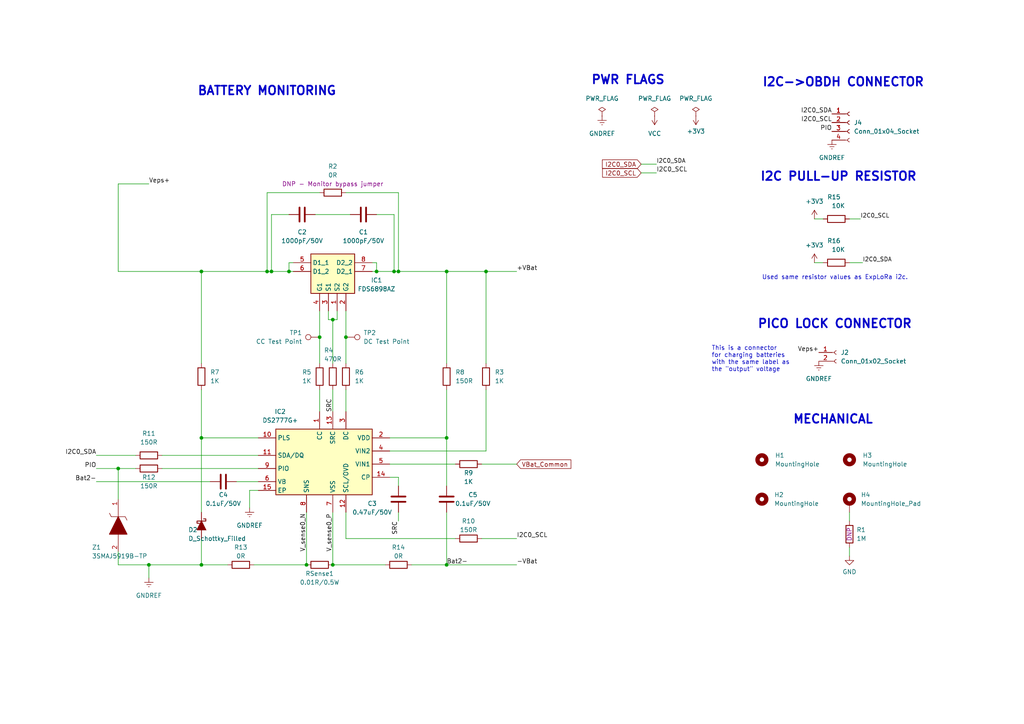
<source format=kicad_sch>
(kicad_sch (version 20230121) (generator eeschema)
  (paper "A4")
  (title_block (title "Battery Module 4c2") (date "2023-08-10") (comment 1 "Vitória Beatriz Bianchin <vitoriabbianchin@gmail.com>"))
  (lib_symbols
    (symbol "3SMAJ5919B-TP:3SMAJ5919B-TP" (pin_names (offset 0.762))
      (property "Reference" "Z" (at 10.16 8.89 0))
      (property "Value" "3SMAJ5919B-TP" (at 10.16 6.35 0))
      (symbol "3SMAJ5919B-TP_0_0"
        (pin passive line (at 0 0 0) (length 2.54) (name "~") (number "1"))
        (pin passive line (at 15.24 0 180) (length 2.54) (name "~") (number "2"))
      )
      (symbol "3SMAJ5919B-TP_0_1"
        (polyline (pts (xy 2.54 0) (xy 5.08 0)) (stroke (width 0.1524)))
        (polyline (pts (xy 4.064 -2.54) (xy 5.08 -2.032)) (stroke (width 0.1524)))
        (polyline (pts (xy 5.08 2.032) (xy 5.08 -2.032)) (stroke (width 0.1524)))
        (polyline (pts (xy 5.08 2.032) (xy 6.096 2.54)) (stroke (width 0.1524)))
        (polyline (pts (xy 12.7 0) (xy 10.16 0)) (stroke (width 0.1524)))
        (polyline (pts (xy 5.08 0) (xy 10.16 2.54) (xy 10.16 -2.54) (xy 5.08 0)) (stroke (width 0.254)) (fill (type outline)))
      )
    )
    (symbol "Connector:Conn_01x02_Socket" (pin_names (offset 1.016) hide)
      (property "Reference" "J" (at 0 2.54 0))
      (property "Value" "Conn_01x02_Socket" (at 0 -5.08 0))
      (symbol "Conn_01x02_Socket_1_1"
        (arc (start 0 -2.032) (mid -0.5058 -2.54) (end 0 -3.048) (stroke (width 0.1524)))
        (polyline (pts (xy -1.27 -2.54) (xy -0.508 -2.54)) (stroke (width 0.1524)))
        (polyline (pts (xy -1.27 0) (xy -0.508 0)) (stroke (width 0.1524)))
        (arc (start 0 0.508) (mid -0.5058 0) (end 0 -0.508) (stroke (width 0.1524)))
        (pin passive line (at -5.08 0 0) (length 3.81) (name "Pin_1") (number "1"))
        (pin passive line (at -5.08 -2.54 0) (length 3.81) (name "Pin_2") (number "2"))
      )
    )
    (symbol "Connector:Conn_01x03_Socket" (pin_names (offset 1.016) hide)
      (property "Reference" "J" (at 0 5.08 0))
      (property "Value" "Conn_01x03_Socket" (at 0 -5.08 0))
      (symbol "Conn_01x03_Socket_1_1"
        (arc (start 0 -2.032) (mid -0.5058 -2.54) (end 0 -3.048) (stroke (width 0.1524)))
        (polyline (pts (xy -1.27 -2.54) (xy -0.508 -2.54)) (stroke (width 0.1524)))
        (polyline (pts (xy -1.27 0) (xy -0.508 0)) (stroke (width 0.1524)))
        (polyline (pts (xy -1.27 2.54) (xy -0.508 2.54)) (stroke (width 0.1524)))
        (arc (start 0 0.508) (mid -0.5058 0) (end 0 -0.508) (stroke (width 0.1524)))
        (arc (start 0 3.048) (mid -0.5058 2.54) (end 0 2.032) (stroke (width 0.1524)))
        (pin passive line (at -5.08 2.54 0) (length 3.81) (name "Pin_1") (number "1"))
        (pin passive line (at -5.08 0 0) (length 3.81) (name "Pin_2") (number "2"))
        (pin passive line (at -5.08 -2.54 0) (length 3.81) (name "Pin_3") (number "3"))
      )
    )
    (symbol "Connector:Conn_01x04_Socket" (pin_names (offset 1.016) hide)
      (property "Reference" "J" (at 0 5.08 0))
      (property "Value" "Conn_01x04_Socket" (at 0 -7.62 0))
      (symbol "Conn_01x04_Socket_1_1"
        (arc (start 0 -4.572) (mid -0.5058 -5.08) (end 0 -5.588) (stroke (width 0.1524)))
        (arc (start 0 -2.032) (mid -0.5058 -2.54) (end 0 -3.048) (stroke (width 0.1524)))
        (polyline (pts (xy -1.27 -5.08) (xy -0.508 -5.08)) (stroke (width 0.1524)))
        (polyline (pts (xy -1.27 -2.54) (xy -0.508 -2.54)) (stroke (width 0.1524)))
        (polyline (pts (xy -1.27 0) (xy -0.508 0)) (stroke (width 0.1524)))
        (polyline (pts (xy -1.27 2.54) (xy -0.508 2.54)) (stroke (width 0.1524)))
        (arc (start 0 0.508) (mid -0.5058 0) (end 0 -0.508) (stroke (width 0.1524)))
        (arc (start 0 3.048) (mid -0.5058 2.54) (end 0 2.032) (stroke (width 0.1524)))
        (pin passive line (at -5.08 2.54 0) (length 3.81) (name "Pin_1") (number "1"))
        (pin passive line (at -5.08 0 0) (length 3.81) (name "Pin_2") (number "2"))
        (pin passive line (at -5.08 -2.54 0) (length 3.81) (name "Pin_3") (number "3"))
        (pin passive line (at -5.08 -5.08 0) (length 3.81) (name "Pin_4") (number "4"))
      )
    )
    (symbol "Connector:TestPoint" (pin_numbers hide) (pin_names (offset 0.762) hide)
      (property "Reference" "TP" (at 0 6.858 0))
      (property "Value" "TestPoint" (at 0 5.08 0))
      (symbol "TestPoint_0_1"
        (circle (center 0 3.302) (radius 0.762))
      )
      (symbol "TestPoint_1_1"
        (pin passive line (at 0 0 90) (length 2.54) (name "1") (number "1"))
      )
    )
    (symbol "DS2777G+:DS2777G+"
      (property "Reference" "IC2" (at 6.35 7.62 0))
      (property "Value" "DS2777G+" (at 6.35 5.08 0))
      (symbol "DS2777G+_1_1"
        (rectangle (start 5.08 2.54) (end 33.02 -16.51) (stroke (width 0.254)) (fill (type background)))
        (pin passive line (at 17.78 7.62 270) (length 5.08) (name "CC") (number "1"))
        (pin passive line (at 0 0 0) (length 5.08) (name "PLS") (number "10"))
        (pin passive line (at 0 -5.08 0) (length 5.08) (name "SDA/DQ") (number "11"))
        (pin passive line (at 25.4 -21.59 90) (length 5.08) (name "SCL/OVD") (number "12"))
        (pin passive line (at 21.59 7.62 270) (length 5.08) (name "SRC") (number "13"))
        (pin passive line (at 38.1 -11.43 180) (length 5.08) (name "CP") (number "14"))
        (pin passive line (at 0 -15.24 0) (length 5.08) (name "EP") (number "15"))
        (pin passive line (at 38.1 0 180) (length 5.08) (name "VDD") (number "2"))
        (pin passive line (at 25.4 7.62 270) (length 5.08) (name "DC") (number "3"))
        (pin passive line (at 38.1 -3.81 180) (length 5.08) (name "VIN2") (number "4"))
        (pin passive line (at 38.1 -7.62 180) (length 5.08) (name "VIN1") (number "5"))
        (pin passive line (at 0 -12.7 0) (length 5.08) (name "VB") (number "6"))
        (pin passive line (at 21.59 -21.59 90) (length 5.08) (name "VSS") (number "7"))
        (pin passive line (at 13.97 -21.59 90) (length 5.08) (name "SNS") (number "8"))
        (pin passive line (at 0 -8.89 0) (length 5.08) (name "PIO") (number "9"))
      )
    )
    (symbol "Device:C" (pin_numbers hide) (pin_names (offset 0.254))
      (property "Reference" "C" (at 0.635 2.54 0))
      (property "Value" "C" (at 0.635 -2.54 0))
      (symbol "C_0_1"
        (polyline (pts (xy -2.032 -0.762) (xy 2.032 -0.762)) (stroke (width 0.508)))
        (polyline (pts (xy -2.032 0.762) (xy 2.032 0.762)) (stroke (width 0.508)))
      )
      (symbol "C_1_1"
        (pin passive line (at 0 3.81 270) (length 2.794) (name "~") (number "1"))
        (pin passive line (at 0 -3.81 90) (length 2.794) (name "~") (number "2"))
      )
    )
    (symbol "Device:D_Schottky_Filled" (pin_numbers hide) (pin_names (offset 1.016) hide)
      (property "Reference" "D" (at 0 2.54 0))
      (property "Value" "D_Schottky_Filled" (at 0 -2.54 0))
      (symbol "D_Schottky_Filled_0_1"
        (polyline (pts (xy 1.27 0) (xy -1.27 0)))
        (polyline (pts (xy 1.27 1.27) (xy 1.27 -1.27) (xy -1.27 0) (xy 1.27 1.27)) (stroke (width 0.254)) (fill (type outline)))
        (polyline (pts (xy -1.905 0.635) (xy -1.905 1.27) (xy -1.27 1.27) (xy -1.27 -1.27) (xy -0.635 -1.27) (xy -0.635 -0.635)) (stroke (width 0.254)))
      )
      (symbol "D_Schottky_Filled_1_1"
        (pin passive line (at -3.81 0 0) (length 2.54) (name "K") (number "1"))
        (pin passive line (at 3.81 0 180) (length 2.54) (name "A") (number "2"))
      )
    )
    (symbol "Device:R" (pin_numbers hide) (pin_names (offset 0))
      (property "Reference" "R" (at 2.032 0 90))
      (property "Value" "R" (at 0 0 90))
      (symbol "R_0_1"
        (rectangle (start -1.016 -2.54) (end 1.016 2.54) (stroke (width 0.254)))
      )
      (symbol "R_1_1"
        (pin passive line (at 0 3.81 270) (length 1.27) (name "~") (number "1"))
        (pin passive line (at 0 -3.81 90) (length 1.27) (name "~") (number "2"))
      )
    )
    (symbol "FDS6898AZ-:FDS6898AZ"
      (property "Reference" "IC1" (at 12.7 7.62 0))
      (property "Value" "FDS6898AZ" (at 12.7 5.08 0))
      (symbol "FDS6898AZ_1_1"
        (rectangle (start 6.35 -6.35) (end 19.05 -17.78) (stroke (width 0.254)) (fill (type background)))
        (pin passive line (at 13.97 -22.86 90) (length 5.08) (name "S2") (number "1"))
        (pin passive line (at 16.51 -22.86 90) (length 5.08) (name "G2") (number "2"))
        (pin passive line (at 11.43 -22.86 90) (length 5.08) (name "S1") (number "3"))
        (pin passive line (at 8.89 -22.86 90) (length 5.08) (name "G1") (number "4"))
        (pin passive line (at 1.27 -8.89 0) (length 5.08) (name "D1_1") (number "5"))
        (pin passive line (at 1.27 -11.43 0) (length 5.08) (name "D1_2") (number "6"))
        (pin passive line (at 24.13 -11.43 180) (length 5.08) (name "D2_1") (number "7"))
        (pin passive line (at 24.13 -8.89 180) (length 5.08) (name "D2_2") (number "8"))
      )
    )
    (symbol "Mechanical:MountingHole" (pin_names (offset 1.016))
      (property "Reference" "H" (at 0 5.08 0))
      (property "Value" "MountingHole" (at 0 3.175 0))
      (symbol "MountingHole_0_1"
        (circle (center 0 0) (radius 1.27) (stroke (width 1.27)))
      )
    )
    (symbol "Mechanical:MountingHole_Pad" (pin_numbers hide) (pin_names (offset 1.016) hide)
      (property "Reference" "H" (at 0 6.35 0))
      (property "Value" "MountingHole_Pad" (at 0 4.445 0))
      (symbol "MountingHole_Pad_0_1"
        (circle (center 0 1.27) (radius 1.27) (stroke (width 1.27)))
      )
      (symbol "MountingHole_Pad_1_1"
        (pin input line (at 0 -2.54 90) (length 2.54) (name "1") (number "1"))
      )
    )
    (symbol "power:+3V3" (power) (pin_names (offset 0))
      (property "Value" "+3V3" (at 0 3.556 0))
      (symbol "+3V3_0_1"
        (polyline (pts (xy -0.762 1.27) (xy 0 2.54)))
        (polyline (pts (xy 0 0) (xy 0 2.54)))
        (polyline (pts (xy 0 2.54) (xy 0.762 1.27)))
      )
      (symbol "+3V3_1_1"
        (pin power_in line (at 0 0 90) (length 0) hide (name "+3V3") (number "1"))
      )
    )
    (symbol "power:GND" (power) (pin_names (offset 0))
      (property "Value" "GND" (at 0 -3.81 0))
      (symbol "GND_0_1"
        (polyline (pts (xy 0 0) (xy 0 -1.27) (xy 1.27 -1.27) (xy 0 -2.54) (xy -1.27 -1.27) (xy 0 -1.27)))
      )
      (symbol "GND_1_1"
        (pin power_in line (at 0 0 270) (length 0) hide (name "GND") (number "1"))
      )
    )
    (symbol "power:GNDREF" (power) (pin_names (offset 0))
      (property "Value" "GNDREF" (at 0 -3.81 0))
      (symbol "GNDREF_0_1"
        (polyline (pts (xy -0.635 -1.905) (xy 0.635 -1.905)))
        (polyline (pts (xy -0.127 -2.54) (xy 0.127 -2.54)))
        (polyline (pts (xy 0 -1.27) (xy 0 0)))
        (polyline (pts (xy 1.27 -1.27) (xy -1.27 -1.27)))
      )
      (symbol "GNDREF_1_1"
        (pin power_in line (at 0 0 270) (length 0) hide (name "GNDREF") (number "1"))
      )
    )
    (symbol "power:PWR_FLAG" (power) (pin_numbers hide) (pin_names (offset 0) hide)
      (property "Value" "PWR_FLAG" (at 0 3.81 0))
      (symbol "PWR_FLAG_0_0"
        (pin power_out line (at 0 0 90) (length 0) (name "pwr") (number "1"))
      )
      (symbol "PWR_FLAG_0_1"
        (polyline (pts (xy 0 0) (xy 0 1.27) (xy -1.016 1.905) (xy 0 2.54) (xy 1.016 1.905) (xy 0 1.27)))
      )
    )
    (symbol "power:VCC" (power) (pin_names (offset 0))
      (property "Value" "VCC" (at 0 3.81 0))
      (symbol "VCC_0_1"
        (polyline (pts (xy -0.762 1.27) (xy 0 2.54)))
        (polyline (pts (xy 0 0) (xy 0 2.54)))
        (polyline (pts (xy 0 2.54) (xy 0.762 1.27)))
      )
      (symbol "VCC_1_1"
        (pin power_in line (at 0 0 90) (length 0) hide (name "VCC") (number "1"))
      )
    )
  )
  (junction (at 83.82 78.74))
  (junction (at 129.54 163.83))
  (junction (at 43.18 163.83))
  (junction (at 96.52 163.83))
  (junction (at 100.33 97.79))
  (junction (at 34.29 135.89))
  (junction (at 129.54 127))
  (junction (at 58.42 78.74))
  (junction (at 78.74 78.74))
  (junction (at 114.3 78.74))
  (junction (at 58.42 163.83))
  (junction (at 77.47 78.74))
  (junction (at 58.42 127))
  (junction (at 96.52 92.71))
  (junction (at 109.22 78.74))
  (junction (at 115.57 78.74))
  (junction (at 140.97 78.74))
  (junction (at 129.54 78.74))
  (junction (at 92.71 97.79))
  (junction (at 88.9 163.83))
  (wire (pts (xy 96.52 92.71) (xy 97.79 92.71)))
  (wire (pts (xy 100.33 97.79) (xy 100.33 105.41)))
  (wire (pts (xy 34.29 53.34) (xy 34.29 78.74)))
  (wire (pts (xy 88.9 148.59) (xy 88.9 163.83)))
  (wire (pts (xy 236.22 76.2) (xy 238.76 76.2)))
  (wire (pts (xy 34.29 78.74) (xy 58.42 78.74)))
  (wire (pts (xy 129.54 148.59) (xy 129.54 163.83)))
  (wire (pts (xy 115.57 148.59) (xy 115.57 151.13)))
  (wire (pts (xy 85.09 76.2) (xy 83.82 76.2)))
  (wire (pts (xy 129.54 163.83) (xy 149.86 163.83)))
  (wire (pts (xy 100.33 148.59) (xy 100.33 156.21)))
  (wire (pts (xy 246.38 148.59) (xy 246.38 151.13)))
  (wire (pts (xy 74.93 142.24) (xy 72.39 142.24)))
  (wire (pts (xy 95.25 92.71) (xy 96.52 92.71)))
  (wire (pts (xy 58.42 78.74) (xy 77.47 78.74)))
  (wire (pts (xy 246.38 158.75) (xy 246.38 161.29)))
  (wire (pts (xy 83.82 76.2) (xy 83.82 78.74)))
  (wire (pts (xy 83.82 78.74) (xy 85.09 78.74)))
  (wire (pts (xy 129.54 163.83) (xy 119.38 163.83)))
  (wire (pts (xy 129.54 113.03) (xy 129.54 127)))
  (wire (pts (xy 129.54 78.74) (xy 129.54 105.41)))
  (wire (pts (xy 43.18 163.83) (xy 34.29 163.83)))
  (wire (pts (xy 74.93 127) (xy 58.42 127)))
  (wire (pts (xy 109.22 76.2) (xy 107.95 76.2)))
  (wire (pts (xy 109.22 78.74) (xy 109.22 76.2)))
  (wire (pts (xy 46.99 132.08) (xy 74.93 132.08)))
  (wire (pts (xy 236.22 63.5) (xy 238.76 63.5)))
  (wire (pts (xy 185.9591 50.1515) (xy 190.4041 50.1515)))
  (wire (pts (xy 95.25 90.17) (xy 95.25 92.71)))
  (wire (pts (xy 115.57 78.74) (xy 129.54 78.74)))
  (wire (pts (xy 107.95 78.74) (xy 109.22 78.74)))
  (wire (pts (xy 58.42 163.83) (xy 58.42 156.21)))
  (wire (pts (xy 100.33 55.88) (xy 115.57 55.88)))
  (wire (pts (xy 140.97 78.74) (xy 140.97 105.41)))
  (wire (pts (xy 111.76 163.83) (xy 96.52 163.83)))
  (wire (pts (xy 46.99 135.89) (xy 74.93 135.89)))
  (wire (pts (xy 140.97 113.03) (xy 140.97 130.81)))
  (wire (pts (xy 100.33 156.21) (xy 132.08 156.21)))
  (wire (pts (xy 34.29 163.83) (xy 34.29 160.02)))
  (wire (pts (xy 100.33 113.03) (xy 100.33 119.38)))
  (wire (pts (xy 96.52 148.59) (xy 96.52 163.83)))
  (wire (pts (xy 140.97 78.74) (xy 149.86 78.74)))
  (wire (pts (xy 92.71 90.17) (xy 92.71 97.79)))
  (wire (pts (xy 72.39 142.24) (xy 72.39 147.32)))
  (wire (pts (xy 246.38 76.2) (xy 250.19 76.2)))
  (wire (pts (xy 68.58 139.7) (xy 74.93 139.7)))
  (wire (pts (xy 27.94 139.7) (xy 60.96 139.7)))
  (wire (pts (xy 43.18 163.83) (xy 43.18 167.64)))
  (wire (pts (xy 78.74 78.74) (xy 78.74 62.23)))
  (wire (pts (xy 139.7 134.62) (xy 149.86 134.62)))
  (wire (pts (xy 66.04 163.83) (xy 58.42 163.83)))
  (wire (pts (xy 100.33 90.17) (xy 100.33 97.79)))
  (wire (pts (xy 113.03 134.62) (xy 132.08 134.62)))
  (wire (pts (xy 185.9591 47.6115) (xy 190.4041 47.6115)))
  (wire (pts (xy 114.3 62.23) (xy 109.22 62.23)))
  (wire (pts (xy 96.52 92.71) (xy 96.52 105.41)))
  (wire (pts (xy 78.74 62.23) (xy 83.82 62.23)))
  (wire (pts (xy 91.44 62.23) (xy 101.6 62.23)))
  (wire (pts (xy 88.9 163.83) (xy 73.66 163.83)))
  (wire (pts (xy 140.97 130.81) (xy 113.03 130.81)))
  (wire (pts (xy 92.71 55.88) (xy 77.47 55.88)))
  (wire (pts (xy 139.7 156.21) (xy 149.86 156.21)))
  (wire (pts (xy 109.22 78.74) (xy 114.3 78.74)))
  (wire (pts (xy 115.57 138.43) (xy 115.57 140.97)))
  (wire (pts (xy 129.54 127) (xy 129.54 140.97)))
  (wire (pts (xy 58.42 113.03) (xy 58.42 127)))
  (wire (pts (xy 43.18 163.83) (xy 58.42 163.83)))
  (wire (pts (xy 246.38 63.5) (xy 249.555 63.5)))
  (wire (pts (xy 27.94 132.08) (xy 39.37 132.08)))
  (wire (pts (xy 114.3 78.74) (xy 115.57 78.74)))
  (wire (pts (xy 58.42 78.74) (xy 58.42 105.41)))
  (wire (pts (xy 129.54 78.74) (xy 140.97 78.74)))
  (wire (pts (xy 58.42 148.59) (xy 58.42 127)))
  (wire (pts (xy 114.3 78.74) (xy 114.3 62.23)))
  (wire (pts (xy 34.29 144.78) (xy 34.29 135.89)))
  (wire (pts (xy 78.74 78.74) (xy 83.82 78.74)))
  (wire (pts (xy 77.47 78.74) (xy 78.74 78.74)))
  (wire (pts (xy 77.47 55.88) (xy 77.47 78.74)))
  (wire (pts (xy 27.94 135.89) (xy 34.29 135.89)))
  (wire (pts (xy 96.52 113.03) (xy 96.52 119.38)))
  (wire (pts (xy 97.79 92.71) (xy 97.79 90.17)))
  (wire (pts (xy 115.57 55.88) (xy 115.57 78.74)))
  (wire (pts (xy 92.71 113.03) (xy 92.71 119.38)))
  (wire (pts (xy 92.71 97.79) (xy 92.71 105.41)))
  (wire (pts (xy 129.54 127) (xy 113.03 127)))
  (wire (pts (xy 113.03 138.43) (xy 115.57 138.43)))
  (wire (pts (xy 34.29 135.89) (xy 39.37 135.89)))
  (wire (pts (xy 34.29 53.34) (xy 43.18 53.34)))
  (text "This is a connector \nfor charging batteries\nwith the same label as \nthe \"output\" voltage" (at 206.375 107.95 0) (effects (font (size 1.27 1.27)) (justify left bottom)))
  (text "PWR FLAGS" (at 171.3541 24.7515 0) (effects (font (size 2.5 2.5) (thickness 0.5) bold) (justify left bottom)))
  (text "PICO LOCK CONNECTOR" (at 219.5894 95.505 0) (effects (font (size 2.5 2.5) (thickness 0.5) bold) (justify left bottom)))
  (text "I2C PULL-UP RESISTOR" (at 220.3677 52.7747 0) (effects (font (size 2.5 2.5) (thickness 0.5) bold) (justify left bottom)))
  (text "BATTERY MONITORING" (at 57.15 27.94 0) (effects (font (size 2.5 2.5) (thickness 0.5) bold) (justify left bottom)))
  (text "I2C->OBDH CONNECTOR" (at 220.98 25.4 0) (effects (font (size 2.5 2.5) (thickness 0.5) bold) (justify left bottom)))
  (text "Used same resistor values as ExpLoRa i2c." (at 220.98 81.28 0) (effects (font (size 1.27 1.27)) (justify left bottom)))
  (text "MECHANICAL\n" (at 229.87 123.19 0) (effects (font (size 2.5 2.5) (thickness 0.5) bold) (justify left bottom)))
  (label "Bat2-" (at 27.94 139.7 180))
  (label "I2C0_SCL" (at 149.86 156.21 0))
  (label "I2C0_SDA" (at 190.4041 47.6115 0) (effects (font (size 1.1938 1.1938))))
  (label "I2C0_SCL" (at 241.3 35.56 180))
  (label "I2C0_SCL" (at 249.555 63.5 0) (effects (font (size 1.1938 1.1938))))
  (label "I2C0_SDA" (at 241.3 33.02 180))
  (label "+VBat" (at 149.86 78.74 0))
  (label "-VBat" (at 149.86 163.83 0))
  (label "I2C0_SCL" (at 190.4041 50.1515 0))
  (label "I2C0_SDA" (at 250.19 76.2 0) (effects (font (size 1.1938 1.1938))))
  (label "I2C0_SDA" (at 27.94 132.08 180))
  (label "SRC" (at 96.52 115.57 270))
  (label "Veps+" (at 237.49 102.235 180))
  (label "V_sense0_N" (at 88.9 160.02 90))
  (label "V_sense0_P" (at 96.52 160.02 90))
  (label "PIO" (at 27.94 135.89 180))
  (label "SRC" (at 115.57 151.13 270))
  (label "Bat2-" (at 129.54 163.83 0))
  (label "Veps+" (at 43.18 53.34 0))
  (label "PIO" (at 241.3 38.1 180))
  (global_label "I2C0_SDA" (shape input) (at 185.9591 47.6115 180) (property "Intersheetrefs" "${INTERSHEET_REFS}" (effects hide)))
  (global_label "I2C0_SCL" (shape input) (at 185.9591 50.1515 180) (property "Intersheetrefs" "${INTERSHEET_REFS}" (effects hide)))
  (global_label "VBat_Common" (shape input) (at 149.86 134.62 0) (property "Intersheetrefs" "${INTERSHEET_REFS}" (effects hide)))
  (symbol (lib_id "power:GNDREF") (at 72.39 147.32 0) (unit 1)
    (property "Reference" "#PWR02" (effects hide))
    (property "Value" "GNDREF" (at 72.39 152.4 0))
  )
  (symbol (lib_id "Device:R") (at 92.71 163.83 90) (unit 1)
    (property "Reference" "RSense1" (at 92.71 166.37 90))
    (property "Value" "0.01R/0.5W" (at 92.71 168.91 90))
  )
  (symbol (lib_id "Connector:TestPoint") (at 92.71 97.79 90) (unit 1)
    (property "Reference" "TP1" (at 87.63 96.52 90) (effects (justify left)))
    (property "Value" "CC Test Point" (at 87.63 99.06 90) (effects (justify left)))
  )
  (symbol (lib_id "Device:R") (at 96.52 55.88 90) (unit 1)
    (property "Reference" "R2" (at 96.52 48.26 90))
    (property "Value" "0R" (at 96.52 50.8 90))
    (property "Footprint" "Resistor_SMD:R_0603_1608Metric_Pad0.98x0.95mm_HandSolder" (effects hide))
    (property "Comments" "DNP - Monitor bypass jumper" (at 96.52 53.34 90))
  )
  (symbol (lib_id "power:GNDREF") (at 241.3 40.64 0) (unit 1)
    (property "Reference" "#PWR07" (effects hide))
    (property "Value" "GNDREF" (at 241.3 45.72 0))
  )
  (symbol (lib_id "power:PWR_FLAG") (at 174.625 33.655 0) (unit 1)
    (property "Reference" "#FLG02" (effects hide))
    (property "Value" "PWR_FLAG" (at 174.625 28.575 0))
  )
  (symbol (lib_id "Device:D_Schottky_Filled") (at 58.42 152.4 270) (unit 1)
    (property "Reference" "D2" (at 54.61 153.67 90) (effects (justify left)))
    (property "Value" "D_Schottky_Filled" (at 54.61 156.21 90) (effects (justify left)))
  )
  (symbol (lib_id "Device:R") (at 135.89 156.21 90) (unit 1)
    (property "Reference" "R10" (at 135.89 151.13 90))
    (property "Value" "150R" (at 135.89 153.67 90))
    (property "Footprint" "Resistor_SMD:R_0603_1608Metric_Pad0.98x0.95mm_HandSolder" (effects hide))
  )
  (symbol (lib_id "Device:R") (at 242.57 63.5 90) (unit 1)
    (property "Reference" "R15" (at 243.84 57.15 90) (effects (justify left)))
    (property "Value" "10K" (at 245.11 59.69 90) (effects (justify left)))
    (property "Footprint" "Resistor_SMD:R_0603_1608Metric_Pad0.98x0.95mm_HandSolder" (effects hide))
    (property "Partnumber" "MCT06030C1002FP500" (effects hide))
  )
  (symbol (lib_id "Connector:Conn_01x02_Socket") (at 242.57 102.235 0) (unit 1)
    (property "Reference" "J2" (at 243.84 102.235 0) (effects (justify left)))
    (property "Value" "Conn_01x02_Socket" (at 243.84 104.775 0) (effects (justify left)))
  )
  (symbol (lib_id "power:GNDREF") (at 174.625 33.655 0) (unit 1)
    (property "Reference" "#PWR05" (effects hide))
    (property "Value" "GNDREF" (at 174.625 38.735 0))
  )
  (symbol (lib_id "power:PWR_FLAG") (at 201.8341 33.6415 0) (unit 1)
    (property "Reference" "#FLG03" (effects hide))
    (property "Value" "PWR_FLAG" (at 201.8341 28.5615 0))
  )
  (symbol (lib_id "Device:R") (at 140.97 109.22 0) (unit 1)
    (property "Reference" "R3" (at 143.51 107.95 0) (effects (justify left)))
    (property "Value" "1K" (at 143.51 110.49 0) (effects (justify left)))
    (property "Footprint" "Resistor_SMD:R_0603_1608Metric_Pad0.98x0.95mm_HandSolder" (effects hide))
  )
  (symbol (lib_id "Device:C") (at 87.63 62.23 270) (unit 1)
    (property "Reference" "C2" (at 87.63 67.31 90))
    (property "Value" "1000pF/50V" (at 87.63 69.85 90))
    (property "Footprint" "Capacitor_SMD:C_0603_1608Metric_Pad1.08x0.95mm_HandSolder" (effects hide))
  )
  (symbol (lib_id "power:VCC") (at 189.865 33.655 180) (unit 1)
    (property "Reference" "#PWR06" (effects hide))
    (property "Value" "VCC" (at 189.865 38.735 0))
  )
  (symbol (lib_id "Connector:Conn_01x03_Socket") (at 246.38 35.56 0) (unit 1)
    (property "Reference" "J1" (effects hide))
    (property "Value" "Conn_01x03_Socket" (effects hide))
    (property "Footprint" "Connector_Molex:Molex_PicoBlade_53048-0410_1x04_P1.25mm_Horizontal" (effects hide))
  )
  (symbol (lib_id "Device:C") (at 129.54 144.78 180) (unit 1)
    (property "Reference" "C5" (at 137.16 143.51 0))
    (property "Value" "0.1uF/50V" (at 137.16 146.05 0))
    (property "Footprint" "Capacitor_SMD:C_0603_1608Metric_Pad1.08x0.95mm_HandSolder" (effects hide))
  )
  (symbol (lib_id "Device:R") (at 96.52 109.22 0) (unit 1)
    (property "Reference" "R4" (at 93.98 101.6 0) (effects (justify left)))
    (property "Value" "470R" (at 93.98 104.14 0) (effects (justify left)))
    (property "Footprint" "Resistor_SMD:R_0603_1608Metric_Pad0.98x0.95mm_HandSolder" (effects hide))
  )
  (symbol (lib_id "Device:R") (at 69.85 163.83 90) (unit 1)
    (property "Reference" "R13" (at 69.85 158.75 90))
    (property "Value" "0R" (at 69.85 161.29 90))
    (property "Footprint" "Resistor_SMD:R_0603_1608Metric_Pad0.98x0.95mm_HandSolder" (effects hide))
  )
  (symbol (lib_id "Mechanical:MountingHole") (at 220.98 144.78 0) (unit 1) (in_bom no)
    (property "Reference" "H2" (at 224.555 143.5099 0) (effects (justify left)))
    (property "Value" "MountingHole" (at 224.555 146.0499 0) (effects (justify left)))
    (property "Footprint" "MountingHole:MountingHole_3.2mm_M3_ISO14580_Pad" (effects hide))
  )
  (symbol (lib_id "Device:R") (at 92.71 109.22 180) (unit 1)
    (property "Reference" "R5" (at 87.63 107.95 0) (effects (justify right)))
    (property "Value" "1K" (at 87.63 110.49 0) (effects (justify right)))
    (property "Footprint" "Resistor_SMD:R_0603_1608Metric_Pad0.98x0.95mm_HandSolder" (effects hide))
  )
  (symbol (lib_id "Device:R") (at 100.33 109.22 0) (unit 1)
    (property "Reference" "R6" (at 102.87 107.95 0) (effects (justify left)))
    (property "Value" "1K" (at 102.87 110.49 0) (effects (justify left)))
    (property "Footprint" "Resistor_SMD:R_0603_1608Metric_Pad0.98x0.95mm_HandSolder" (effects hide))
  )
  (symbol (lib_id "Device:C") (at 105.41 62.23 90) (unit 1)
    (property "Reference" "C1" (at 105.41 67.31 90))
    (property "Value" "1000pF/50V" (at 105.41 69.85 90))
    (property "Footprint" "Capacitor_SMD:C_0603_1608Metric_Pad1.08x0.95mm_HandSolder" (effects hide))
  )
  (symbol (lib_id "power:GNDREF") (at 237.49 104.775 0) (unit 1)
    (property "Reference" "#PWR014" (effects hide))
    (property "Value" "GNDREF" (at 237.49 109.855 0))
  )
  (symbol (lib_id "Device:C") (at 115.57 144.78 180) (unit 1)
    (property "Reference" "C3" (at 107.95 146.05 0))
    (property "Value" "0.47uF/50V" (at 107.95 148.59 0))
    (property "Footprint" "Capacitor_SMD:C_0603_1608Metric_Pad1.08x0.95mm_HandSolder" (effects hide))
  )
  (symbol (lib_id "power:+3V3") (at 236.22 63.5 0) (unit 1)
    (property "Reference" "#PWR08" (effects hide))
    (property "Value" "+3V3" (at 236.22 58.42 0))
  )
  (symbol (lib_id "Device:R") (at 58.42 109.22 0) (unit 1)
    (property "Reference" "R7" (at 60.96 107.95 0) (effects (justify left)))
    (property "Value" "1K" (at 60.96 110.49 0) (effects (justify left)))
    (property "Footprint" "Resistor_SMD:R_0603_1608Metric_Pad0.98x0.95mm_HandSolder" (effects hide))
  )
  (symbol (lib_id "Device:R") (at 246.38 154.94 0) (unit 1)
    (property "Reference" "R1" (at 248.412 153.6699 0) (effects (justify left)))
    (property "Value" "1M" (at 248.412 156.2099 0) (effects (justify left)))
    (property "Footprint" "Resistor_SMD:R_0603_1608Metric_Pad0.98x0.95mm_HandSolder" (effects hide))
    (property "Datasheet" "DNP" (at 246.38 154.94 90))
    (property "Partnumber" "MCT06030C1004FP500" (effects hide))
  )
  (symbol (lib_id "power:+3V3") (at 236.22 76.2 0) (unit 1)
    (property "Reference" "#PWR09" (effects hide))
    (property "Value" "+3V3" (at 236.22 71.12 0))
  )
  (symbol (lib_id "Mechanical:MountingHole_Pad") (at 246.38 146.05 0) (unit 1) (in_bom no)
    (property "Reference" "H4" (at 249.682 143.5099 0) (effects (justify left)))
    (property "Value" "MountingHole_Pad" (at 249.682 146.0499 0) (effects (justify left)))
    (property "Footprint" "MountingHole:MountingHole_3.2mm_M3_ISO14580_Pad" (effects hide))
  )
  (symbol (lib_id "Mechanical:MountingHole") (at 246.38 133.35 0) (unit 1) (in_bom no)
    (property "Reference" "H3" (at 250.19 132.08 0) (effects (justify left)))
    (property "Value" "MountingHole" (at 250.19 134.62 0) (effects (justify left)))
    (property "Footprint" "MountingHole:MountingHole_3.2mm_M3_ISO14580_Pad" (effects hide))
  )
  (symbol (lib_id "power:GND") (at 246.38 161.29 0) (unit 1)
    (property "Reference" "#PWR01" (effects hide))
    (property "Value" "GND" (at 246.38 165.862 0))
  )
  (symbol (lib_id "DS2777G+:DS2777G+") (at 74.93 127 0) (unit 1)
    (property "Reference" "IC2" (at 81.28 119.38 0))
    (property "Value" "DS2777G+" (at 81.28 121.92 0))
    (property "Footprint" "lib:DS2777G+" (effects hide))
    (property "Datasheet" "https://datasheets.maximintegrated.com/en/ds/DS2775-DS2778.pdf" (effects hide))
    (property "Height" "0.8" (effects hide))
    (property "Mouser Part Number" "700-DS2777G" (effects hide))
    (property "Mouser Price/Stock" "https://www.mouser.co.uk/ProductDetail/Maxim-Integrated/DS2777G%2b?qs=LHmEVA8xxfYz6minjeAAkw%3D%3D" (effects hide))
    (property "Manufacturer_Name" "Analog Devices" (effects hide))
    (property "Manufacturer_Part_Number" "DS2777G+" (effects hide))
  )
  (symbol (lib_id "3SMAJ5919B-TP:3SMAJ5919B-TP") (at 34.29 144.78 270) (unit 1)
    (property "Reference" "Z1" (at 26.67 158.75 90) (effects (justify left)))
    (property "Value" "3SMAJ5919B-TP" (at 26.67 161.29 90) (effects (justify left)))
    (property "Footprint" "DIOM5226X244N" (effects hide))
    (property "Datasheet" "https://mccsemi.com/pdf/Products/3SMAJ5918B-3SMAJ5956B(SMA).pdf" (effects hide))
    (property "Height" "2.44" (effects hide))
    (property "Mouser Part Number" "833-3SMAJ5919B-TP" (effects hide))
    (property "Mouser Price/Stock" "https://www.mouser.co.uk/ProductDetail/Micro-Commercial-Components-MCC/3SMAJ5919B-TP?qs=ZNK0BnemlqFOug%252B1FuXOvQ%3D%3D" (effects hide))
    (property "Manufacturer_Name" "MCC" (effects hide))
    (property "Manufacturer_Part_Number" "3SMAJ5919B-TP" (effects hide))
    (property "Description" "Zener Diodes" (effects hide))
  )
  (symbol (lib_id "power:PWR_FLAG") (at 189.865 33.655 0) (unit 1)
    (property "Reference" "#FLG01" (effects hide))
    (property "Value" "PWR_FLAG" (at 189.865 28.575 0))
  )
  (symbol (lib_id "power:+3V3") (at 201.8341 33.6415 180) (unit 1)
    (property "Reference" "#PWR039" (effects hide))
    (property "Value" "+3V3" (at 201.8341 38.0865 0))
  )
  (symbol (lib_id "power:GNDREF") (at 43.18 167.64 0) (unit 1)
    (property "Reference" "#PWR03" (effects hide))
    (property "Value" "GNDREF" (at 43.18 172.72 0))
  )
  (symbol (lib_id "Device:R") (at 242.57 76.2 90) (unit 1)
    (property "Reference" "R16" (at 243.84 69.85 90) (effects (justify left)))
    (property "Value" "10K" (at 245.11 72.39 90) (effects (justify left)))
    (property "Footprint" "Resistor_SMD:R_0603_1608Metric_Pad0.98x0.95mm_HandSolder" (effects hide))
    (property "Partnumber" "MCT06030C1002FP500" (effects hide))
  )
  (symbol (lib_id "Device:R") (at 43.18 132.08 90) (unit 1)
    (property "Reference" "R11" (at 43.18 125.73 90))
    (property "Value" "150R" (at 43.18 128.27 90))
    (property "Footprint" "Resistor_SMD:R_0603_1608Metric_Pad0.98x0.95mm_HandSolder" (effects hide))
  )
  (symbol (lib_id "FDS6898AZ-:FDS6898AZ") (at 83.82 67.31 0) (unit 1)
    (property "Reference" "IC1" (at 109.22 81.28 0))
    (property "Value" "FDS6898AZ" (at 109.22 83.82 0))
    (property "Footprint" "lib:FDS6898AZ" (effects hide))
    (property "Datasheet" "https://datasheet.datasheetarchive.com/originals/distributors/Datasheets_SAMA/aed9b2fe0215d221e3e246017d3462cd.pdf" (effects hide))
    (property "Height" "1.75" (effects hide))
    (property "Mouser Part Number" "512-FDS6898AZ" (effects hide))
    (property "Mouser Price/Stock" "https://www.mouser.co.uk/ProductDetail/ON-Semiconductor-Fairchild/FDS6898AZ?qs=M37yUtvuNLyt4PLCZo7LIg%3D%3D" (effects hide))
    (property "Manufacturer_Name" "onsemi" (effects hide))
    (property "Manufacturer_Part_Number" "FDS6898AZ" (effects hide))
  )
  (symbol (lib_id "Connector:TestPoint") (at 100.33 97.79 270) (unit 1)
    (property "Reference" "TP2" (at 105.41 96.52 90) (effects (justify left)))
    (property "Value" "DC Test Point" (at 105.41 99.06 90) (effects (justify left)))
  )
  (symbol (lib_id "Device:R") (at 129.54 109.22 0) (unit 1)
    (property "Reference" "R8" (at 132.08 107.95 0) (effects (justify left)))
    (property "Value" "150R" (at 132.08 110.49 0) (effects (justify left)))
    (property "Footprint" "Resistor_SMD:R_0603_1608Metric_Pad0.98x0.95mm_HandSolder" (effects hide))
  )
  (symbol (lib_id "Device:R") (at 135.89 134.62 90) (unit 1)
    (property "Reference" "R9" (at 135.89 137.16 90))
    (property "Value" "1K" (at 135.89 139.7 90))
    (property "Footprint" "Resistor_SMD:R_0603_1608Metric_Pad0.98x0.95mm_HandSolder" (effects hide))
  )
  (symbol (lib_id "Mechanical:MountingHole") (at 220.98 133.35 0) (unit 1) (in_bom no)
    (property "Reference" "H1" (at 224.79 132.08 0) (effects (justify left)))
    (property "Value" "MountingHole" (at 224.79 134.62 0) (effects (justify left)))
    (property "Footprint" "MountingHole:MountingHole_3.2mm_M3_ISO14580_Pad" (effects hide))
  )
  (symbol (lib_id "Device:R") (at 115.57 163.83 90) (unit 1)
    (property "Reference" "R14" (at 115.57 158.75 90))
    (property "Value" "0R" (at 115.57 161.29 90))
    (property "Footprint" "Resistor_SMD:R_0603_1608Metric_Pad0.98x0.95mm_HandSolder" (effects hide))
  )
  (symbol (lib_id "Connector:Conn_01x04_Socket") (at 246.38 35.56 0) (unit 1)
    (property "Reference" "J4" (at 247.65 35.56 0) (effects (justify left)))
    (property "Value" "Conn_01x04_Socket" (at 247.65 38.1 0) (effects (justify left)))
    (property "Footprint" "Connector_Molex:Molex_PicoBlade_53048-0410_1x04_P1.25mm_Horizontal" (effects hide))
  )
  (symbol (lib_id "Device:C") (at 64.77 139.7 90) (unit 1)
    (property "Reference" "C4" (at 64.77 143.51 90))
    (property "Value" "0.1uF/50V" (at 64.77 146.05 90))
    (property "Footprint" "Capacitor_SMD:C_0603_1608Metric_Pad1.08x0.95mm_HandSolder" (effects hide))
  )
  (symbol (lib_id "Device:R") (at 43.18 135.89 90) (unit 1)
    (property "Reference" "R12" (at 43.18 138.43 90))
    (property "Value" "150R" (at 43.18 140.97 90))
    (property "Footprint" "Resistor_SMD:R_0603_1608Metric_Pad0.98x0.95mm_HandSolder" (effects hide))
  )
  (sheet (at 320.04 0) (size 12.7 204.47) (stroke (width 0.1524))
    (property "Sheetname" "heater-circuit" (at 320.04 -0.7116 0) (effects (justify left bottom)))
    (property "Sheetfile" "heater-circuit.kicad_sch" (at 320.04 205.0546 0) (effects (justify left top)))
  )
  (sheet (at 304.8 0) (size 12.7 204.47) (stroke (width 0.1524))
    (property "Sheetname" "batteries" (at 304.8 -0.7116 0) (effects (justify left bottom)))
    (property "Sheetfile" "batteries.kicad_sch" (at 304.8 205.0546 0) (effects (justify left top)))
  )
)
</source>
